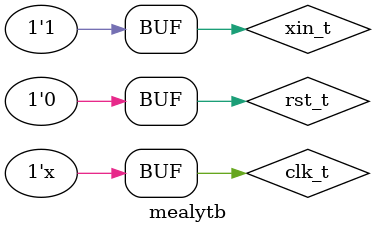
<source format=v>
module mealytb;
    reg clk_t, rst_t, xin_t;
    wire zout_t;

    mealy dut (.clk(clk_t), .rst(rst_t), .xin(xin_t), .zout(zout_t));

    initial begin
        clk_t = 1'b1;
        rst_t = 1'b1;
        #100 rst_t = 1'b0;
        xin_t = 1'b1;
        #100 xin_t = 1'b0;
        #100 xin_t = 1'b1;
        #100 xin_t = 1'b1;
        #100 xin_t = 1'b1;
        #100 xin_t = 1'b0;
        #100 xin_t = 1'b1;
        #100 xin_t = 1'b1;
    end

    always #50 clk_t = ~clk_t;
endmodule

</source>
